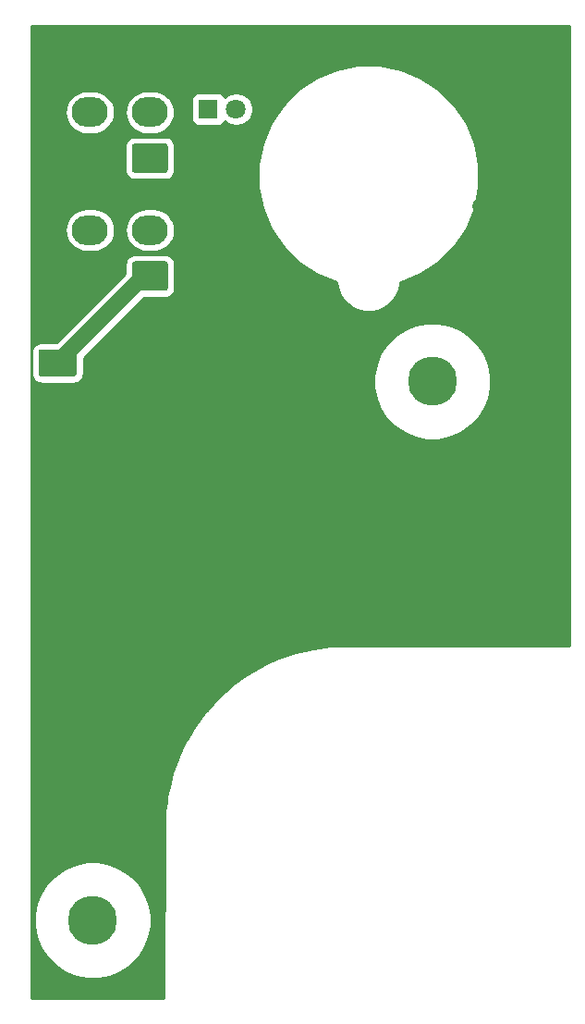
<source format=gbr>
%TF.GenerationSoftware,KiCad,Pcbnew,(5.1.10)-1*%
%TF.CreationDate,2021-11-16T16:25:11+11:00*%
%TF.ProjectId,OBOGS Panel PCB V2,4f424f47-5320-4506-916e-656c20504342,rev?*%
%TF.SameCoordinates,Original*%
%TF.FileFunction,Copper,L2,Bot*%
%TF.FilePolarity,Positive*%
%FSLAX46Y46*%
G04 Gerber Fmt 4.6, Leading zero omitted, Abs format (unit mm)*
G04 Created by KiCad (PCBNEW (5.1.10)-1) date 2021-11-16 16:25:11*
%MOMM*%
%LPD*%
G01*
G04 APERTURE LIST*
%TA.AperFunction,ComponentPad*%
%ADD10O,3.300000X2.700000*%
%TD*%
%TA.AperFunction,WasherPad*%
%ADD11C,4.500000*%
%TD*%
%TA.AperFunction,ComponentPad*%
%ADD12C,1.800000*%
%TD*%
%TA.AperFunction,ComponentPad*%
%ADD13R,1.800000X1.800000*%
%TD*%
%TA.AperFunction,ViaPad*%
%ADD14C,1.500000*%
%TD*%
%TA.AperFunction,ViaPad*%
%ADD15C,0.800000*%
%TD*%
%TA.AperFunction,Conductor*%
%ADD16C,1.500000*%
%TD*%
%TA.AperFunction,Conductor*%
%ADD17C,0.254000*%
%TD*%
%TA.AperFunction,Conductor*%
%ADD18C,0.100000*%
%TD*%
G04 APERTURE END LIST*
D10*
%TO.P,J2,4*%
%TO.N,/DATAOUT*%
X164766360Y-60275360D03*
%TO.P,J2,3*%
%TO.N,/LEDGND*%
X164766360Y-64475360D03*
%TO.P,J2,2*%
%TO.N,/LED+5V*%
X170266360Y-60275360D03*
%TO.P,J2,1*%
%TA.AperFunction,ComponentPad*%
G36*
G01*
X171666359Y-65825360D02*
X168866361Y-65825360D01*
G75*
G02*
X168616360Y-65575359I0J250001D01*
G01*
X168616360Y-63375361D01*
G75*
G02*
X168866361Y-63125360I250001J0D01*
G01*
X171666359Y-63125360D01*
G75*
G02*
X171916360Y-63375361I0J-250001D01*
G01*
X171916360Y-65575359D01*
G75*
G02*
X171666359Y-65825360I-250001J0D01*
G01*
G37*
%TD.AperFunction*%
%TD*%
%TO.P,J1,4*%
%TO.N,/DATAIN*%
X164751120Y-49495600D03*
%TO.P,J1,3*%
%TO.N,/LEDGND*%
X164751120Y-53695600D03*
%TO.P,J1,2*%
%TO.N,/LED+5V*%
X170251120Y-49495600D03*
%TO.P,J1,1*%
%TA.AperFunction,ComponentPad*%
G36*
G01*
X171651119Y-55045600D02*
X168851121Y-55045600D01*
G75*
G02*
X168601120Y-54795599I0J250001D01*
G01*
X168601120Y-52595601D01*
G75*
G02*
X168851121Y-52345600I250001J0D01*
G01*
X171651119Y-52345600D01*
G75*
G02*
X171901120Y-52595601I0J-250001D01*
G01*
X171901120Y-54795599D01*
G75*
G02*
X171651119Y-55045600I-250001J0D01*
G01*
G37*
%TD.AperFunction*%
%TD*%
D11*
%TO.P,3,*%
%TO.N,*%
X165006157Y-123447567D03*
%TD*%
%TO.P,2,*%
%TO.N,*%
X196121157Y-74108067D03*
%TD*%
%TO.P,C1,2*%
%TO.N,/LEDGND*%
%TA.AperFunction,SMDPad,CuDef*%
G36*
G01*
X166547860Y-73433180D02*
X166547860Y-71433180D01*
G75*
G02*
X166797860Y-71183180I250000J0D01*
G01*
X169797860Y-71183180D01*
G75*
G02*
X170047860Y-71433180I0J-250000D01*
G01*
X170047860Y-73433180D01*
G75*
G02*
X169797860Y-73683180I-250000J0D01*
G01*
X166797860Y-73683180D01*
G75*
G02*
X166547860Y-73433180I0J250000D01*
G01*
G37*
%TD.AperFunction*%
%TO.P,C1,1*%
%TO.N,/LED+5V*%
%TA.AperFunction,SMDPad,CuDef*%
G36*
G01*
X160047860Y-73433180D02*
X160047860Y-71433180D01*
G75*
G02*
X160297860Y-71183180I250000J0D01*
G01*
X163297860Y-71183180D01*
G75*
G02*
X163547860Y-71433180I0J-250000D01*
G01*
X163547860Y-73433180D01*
G75*
G02*
X163297860Y-73683180I-250000J0D01*
G01*
X160297860Y-73683180D01*
G75*
G02*
X160047860Y-73433180I0J250000D01*
G01*
G37*
%TD.AperFunction*%
%TD*%
D12*
%TO.P,D17,2*%
%TO.N,/LED+5V*%
X178153060Y-49209960D03*
D13*
%TO.P,D17,1*%
%TO.N,Net-(D17-Pad1)*%
X175613060Y-49209960D03*
%TD*%
D14*
%TO.N,/LEDGND*%
X203215240Y-89654380D03*
D15*
X191960500Y-95851980D03*
D14*
X178429920Y-60479940D03*
X191851280Y-68806060D03*
X183761380Y-70949820D03*
X203832460Y-69916040D03*
X200543160Y-58112660D03*
X202821540Y-51315620D03*
X196547740Y-45679360D03*
X172707300Y-105785920D03*
X169738040Y-119484140D03*
X178645820Y-98605340D03*
X186499500Y-82692240D03*
X176014380Y-82433160D03*
X177177700Y-45501560D03*
%TD*%
D16*
%TO.N,/LED+5V*%
X169755680Y-64475360D02*
X161797860Y-72433180D01*
X170266360Y-64475360D02*
X169755680Y-64475360D01*
%TD*%
D17*
%TO.N,/LEDGND*%
X208713400Y-98274200D02*
X188127095Y-98274200D01*
X188112706Y-98275617D01*
X186888806Y-98323704D01*
X186877297Y-98324731D01*
X186865752Y-98324973D01*
X186823633Y-98329176D01*
X185257951Y-98531134D01*
X185242792Y-98533861D01*
X185227509Y-98535711D01*
X185186025Y-98544075D01*
X185186016Y-98544077D01*
X185186012Y-98544078D01*
X183648134Y-98900538D01*
X183633313Y-98904760D01*
X183618295Y-98908117D01*
X183577839Y-98920562D01*
X182082965Y-99428004D01*
X182068642Y-99433675D01*
X182054028Y-99438508D01*
X182015007Y-99454911D01*
X180577922Y-100108314D01*
X180564234Y-100115379D01*
X180550171Y-100121640D01*
X180513010Y-100141817D01*
X180512973Y-100141836D01*
X180512958Y-100141845D01*
X179147890Y-100934740D01*
X179134971Y-100943130D01*
X179121599Y-100950757D01*
X179086590Y-100974548D01*
X177807009Y-101899111D01*
X177794996Y-101908735D01*
X177782439Y-101917659D01*
X177749967Y-101944810D01*
X176568538Y-102991889D01*
X176557541Y-103002658D01*
X176545932Y-103012785D01*
X176516317Y-103043027D01*
X175444726Y-104202267D01*
X175434841Y-104214090D01*
X175424308Y-104225306D01*
X175397842Y-104258340D01*
X174446684Y-105518280D01*
X174438023Y-105531024D01*
X174428655Y-105543233D01*
X174405616Y-105578709D01*
X174405601Y-105578731D01*
X174405596Y-105578740D01*
X173584284Y-106926910D01*
X173576936Y-106940444D01*
X173568822Y-106953530D01*
X173549408Y-106991143D01*
X172866053Y-108414228D01*
X172860087Y-108428421D01*
X172853311Y-108442252D01*
X172837729Y-108481607D01*
X172299092Y-109965527D01*
X172294563Y-109980250D01*
X172289197Y-109994678D01*
X172277600Y-110035386D01*
X171889009Y-111565466D01*
X171885964Y-111580570D01*
X171882058Y-111595457D01*
X171874562Y-111637115D01*
X171639860Y-113198224D01*
X171638330Y-113213549D01*
X171635922Y-113228755D01*
X171632601Y-113270952D01*
X171555021Y-114829320D01*
X171553256Y-114846958D01*
X171528936Y-130583000D01*
X159383401Y-130583000D01*
X159383401Y-122917979D01*
X159629157Y-122917979D01*
X159629157Y-123977155D01*
X159835792Y-125015980D01*
X160241121Y-125994532D01*
X160829568Y-126875205D01*
X161578519Y-127624156D01*
X162459192Y-128212603D01*
X163437744Y-128617932D01*
X164476569Y-128824567D01*
X165535745Y-128824567D01*
X166574570Y-128617932D01*
X167553122Y-128212603D01*
X168433795Y-127624156D01*
X169182746Y-126875205D01*
X169771193Y-125994532D01*
X170176522Y-125015980D01*
X170383157Y-123977155D01*
X170383157Y-122917979D01*
X170176522Y-121879154D01*
X169771193Y-120900602D01*
X169182746Y-120019929D01*
X168433795Y-119270978D01*
X167553122Y-118682531D01*
X166574570Y-118277202D01*
X165535745Y-118070567D01*
X164476569Y-118070567D01*
X163437744Y-118277202D01*
X162459192Y-118682531D01*
X161578519Y-119270978D01*
X160829568Y-120019929D01*
X160241121Y-120900602D01*
X159835792Y-121879154D01*
X159629157Y-122917979D01*
X159383401Y-122917979D01*
X159383401Y-71433180D01*
X159409788Y-71433180D01*
X159409788Y-73433180D01*
X159426852Y-73606434D01*
X159477388Y-73773030D01*
X159559455Y-73926566D01*
X159669898Y-74061142D01*
X159804474Y-74171585D01*
X159958010Y-74253652D01*
X160124606Y-74304188D01*
X160297860Y-74321252D01*
X163297860Y-74321252D01*
X163471114Y-74304188D01*
X163637710Y-74253652D01*
X163791246Y-74171585D01*
X163925822Y-74061142D01*
X164036265Y-73926566D01*
X164118332Y-73773030D01*
X164168868Y-73606434D01*
X164171621Y-73578479D01*
X190744157Y-73578479D01*
X190744157Y-74637655D01*
X190950792Y-75676480D01*
X191356121Y-76655032D01*
X191944568Y-77535705D01*
X192693519Y-78284656D01*
X193574192Y-78873103D01*
X194552744Y-79278432D01*
X195591569Y-79485067D01*
X196650745Y-79485067D01*
X197689570Y-79278432D01*
X198668122Y-78873103D01*
X199548795Y-78284656D01*
X200297746Y-77535705D01*
X200886193Y-76655032D01*
X201291522Y-75676480D01*
X201498157Y-74637655D01*
X201498157Y-73578479D01*
X201291522Y-72539654D01*
X200886193Y-71561102D01*
X200297746Y-70680429D01*
X199548795Y-69931478D01*
X198668122Y-69343031D01*
X197689570Y-68937702D01*
X196650745Y-68731067D01*
X195591569Y-68731067D01*
X194552744Y-68937702D01*
X193574192Y-69343031D01*
X192693519Y-69931478D01*
X191944568Y-70680429D01*
X191356121Y-71561102D01*
X190950792Y-72539654D01*
X190744157Y-73578479D01*
X164171621Y-73578479D01*
X164185932Y-73433180D01*
X164185932Y-72003793D01*
X169726294Y-66463432D01*
X171666359Y-66463432D01*
X171839613Y-66446368D01*
X172006210Y-66395831D01*
X172159746Y-66313765D01*
X172294321Y-66203321D01*
X172404765Y-66068746D01*
X172486831Y-65915210D01*
X172537368Y-65748613D01*
X172554432Y-65575359D01*
X172554432Y-63375361D01*
X172537368Y-63202107D01*
X172486831Y-63035510D01*
X172404765Y-62881974D01*
X172294321Y-62747399D01*
X172159746Y-62636955D01*
X172006210Y-62554889D01*
X171839613Y-62504352D01*
X171666359Y-62487288D01*
X168866361Y-62487288D01*
X168693107Y-62504352D01*
X168526510Y-62554889D01*
X168372974Y-62636955D01*
X168238399Y-62747399D01*
X168127955Y-62881974D01*
X168045889Y-63035510D01*
X167995352Y-63202107D01*
X167978288Y-63375361D01*
X167978288Y-64294066D01*
X161727247Y-70545108D01*
X160297860Y-70545108D01*
X160124606Y-70562172D01*
X159958010Y-70612708D01*
X159804474Y-70694775D01*
X159669898Y-70805218D01*
X159559455Y-70939794D01*
X159477388Y-71093330D01*
X159426852Y-71259926D01*
X159409788Y-71433180D01*
X159383401Y-71433180D01*
X159383401Y-60275360D01*
X162471756Y-60275360D01*
X162510082Y-60664488D01*
X162623586Y-61038662D01*
X162807907Y-61383503D01*
X163055962Y-61685758D01*
X163358217Y-61933813D01*
X163703058Y-62118134D01*
X164077232Y-62231638D01*
X164368850Y-62260360D01*
X165163870Y-62260360D01*
X165455488Y-62231638D01*
X165829662Y-62118134D01*
X166174503Y-61933813D01*
X166476758Y-61685758D01*
X166724813Y-61383503D01*
X166909134Y-61038662D01*
X167022638Y-60664488D01*
X167060964Y-60275360D01*
X167971756Y-60275360D01*
X168010082Y-60664488D01*
X168123586Y-61038662D01*
X168307907Y-61383503D01*
X168555962Y-61685758D01*
X168858217Y-61933813D01*
X169203058Y-62118134D01*
X169577232Y-62231638D01*
X169868850Y-62260360D01*
X170663870Y-62260360D01*
X170955488Y-62231638D01*
X171329662Y-62118134D01*
X171674503Y-61933813D01*
X171976758Y-61685758D01*
X172224813Y-61383503D01*
X172409134Y-61038662D01*
X172522638Y-60664488D01*
X172560964Y-60275360D01*
X172522638Y-59886232D01*
X172409134Y-59512058D01*
X172224813Y-59167217D01*
X171976758Y-58864962D01*
X171674503Y-58616907D01*
X171329662Y-58432586D01*
X170955488Y-58319082D01*
X170663870Y-58290360D01*
X169868850Y-58290360D01*
X169577232Y-58319082D01*
X169203058Y-58432586D01*
X168858217Y-58616907D01*
X168555962Y-58864962D01*
X168307907Y-59167217D01*
X168123586Y-59512058D01*
X168010082Y-59886232D01*
X167971756Y-60275360D01*
X167060964Y-60275360D01*
X167022638Y-59886232D01*
X166909134Y-59512058D01*
X166724813Y-59167217D01*
X166476758Y-58864962D01*
X166174503Y-58616907D01*
X165829662Y-58432586D01*
X165455488Y-58319082D01*
X165163870Y-58290360D01*
X164368850Y-58290360D01*
X164077232Y-58319082D01*
X163703058Y-58432586D01*
X163358217Y-58616907D01*
X163055962Y-58864962D01*
X162807907Y-59167217D01*
X162623586Y-59512058D01*
X162510082Y-59886232D01*
X162471756Y-60275360D01*
X159383401Y-60275360D01*
X159383401Y-52595601D01*
X167963048Y-52595601D01*
X167963048Y-54795599D01*
X167980112Y-54968853D01*
X168030649Y-55135450D01*
X168112715Y-55288986D01*
X168223159Y-55423561D01*
X168357734Y-55534005D01*
X168511270Y-55616071D01*
X168677867Y-55666608D01*
X168851121Y-55683672D01*
X171651119Y-55683672D01*
X171824373Y-55666608D01*
X171990970Y-55616071D01*
X172144506Y-55534005D01*
X172279081Y-55423561D01*
X172389525Y-55288986D01*
X172471591Y-55135450D01*
X172522128Y-54968853D01*
X172539192Y-54795599D01*
X172539192Y-54314645D01*
X180152157Y-54314645D01*
X180152157Y-56309489D01*
X180541332Y-58266004D01*
X181304726Y-60109000D01*
X182413003Y-61767653D01*
X183823571Y-63178221D01*
X185482224Y-64286498D01*
X187325220Y-65049892D01*
X187366157Y-65058035D01*
X187366157Y-65123972D01*
X187478102Y-65686758D01*
X187697690Y-66216890D01*
X188016482Y-66693996D01*
X188422228Y-67099742D01*
X188899334Y-67418534D01*
X189429466Y-67638122D01*
X189992252Y-67750067D01*
X190566062Y-67750067D01*
X191128848Y-67638122D01*
X191658980Y-67418534D01*
X192136086Y-67099742D01*
X192541832Y-66693996D01*
X192860624Y-66216890D01*
X193080212Y-65686758D01*
X193192157Y-65123972D01*
X193192157Y-65058035D01*
X193233094Y-65049892D01*
X195076090Y-64286498D01*
X196734743Y-63178221D01*
X198145311Y-61767653D01*
X199253588Y-60109000D01*
X200016982Y-58266004D01*
X200406157Y-56309489D01*
X200406157Y-54314645D01*
X200016982Y-52358130D01*
X199253588Y-50515134D01*
X198145311Y-48856481D01*
X196734743Y-47445913D01*
X195076090Y-46337636D01*
X193233094Y-45574242D01*
X191276579Y-45185067D01*
X189281735Y-45185067D01*
X187325220Y-45574242D01*
X185482224Y-46337636D01*
X183823571Y-47445913D01*
X182413003Y-48856481D01*
X181304726Y-50515134D01*
X180541332Y-52358130D01*
X180152157Y-54314645D01*
X172539192Y-54314645D01*
X172539192Y-52595601D01*
X172522128Y-52422347D01*
X172471591Y-52255750D01*
X172389525Y-52102214D01*
X172279081Y-51967639D01*
X172144506Y-51857195D01*
X171990970Y-51775129D01*
X171824373Y-51724592D01*
X171651119Y-51707528D01*
X168851121Y-51707528D01*
X168677867Y-51724592D01*
X168511270Y-51775129D01*
X168357734Y-51857195D01*
X168223159Y-51967639D01*
X168112715Y-52102214D01*
X168030649Y-52255750D01*
X167980112Y-52422347D01*
X167963048Y-52595601D01*
X159383401Y-52595601D01*
X159383401Y-49495600D01*
X162456516Y-49495600D01*
X162494842Y-49884728D01*
X162608346Y-50258902D01*
X162792667Y-50603743D01*
X163040722Y-50905998D01*
X163342977Y-51154053D01*
X163687818Y-51338374D01*
X164061992Y-51451878D01*
X164353610Y-51480600D01*
X165148630Y-51480600D01*
X165440248Y-51451878D01*
X165814422Y-51338374D01*
X166159263Y-51154053D01*
X166461518Y-50905998D01*
X166709573Y-50603743D01*
X166893894Y-50258902D01*
X167007398Y-49884728D01*
X167045724Y-49495600D01*
X167956516Y-49495600D01*
X167994842Y-49884728D01*
X168108346Y-50258902D01*
X168292667Y-50603743D01*
X168540722Y-50905998D01*
X168842977Y-51154053D01*
X169187818Y-51338374D01*
X169561992Y-51451878D01*
X169853610Y-51480600D01*
X170648630Y-51480600D01*
X170940248Y-51451878D01*
X171314422Y-51338374D01*
X171659263Y-51154053D01*
X171961518Y-50905998D01*
X172209573Y-50603743D01*
X172393894Y-50258902D01*
X172507398Y-49884728D01*
X172545724Y-49495600D01*
X172507398Y-49106472D01*
X172393894Y-48732298D01*
X172209573Y-48387457D01*
X172145973Y-48309960D01*
X174074988Y-48309960D01*
X174074988Y-50109960D01*
X174087248Y-50234442D01*
X174123558Y-50354140D01*
X174182523Y-50464454D01*
X174261875Y-50561145D01*
X174358566Y-50640497D01*
X174468880Y-50699462D01*
X174588578Y-50735772D01*
X174713060Y-50748032D01*
X176513060Y-50748032D01*
X176637542Y-50735772D01*
X176757240Y-50699462D01*
X176867554Y-50640497D01*
X176964245Y-50561145D01*
X177043597Y-50464454D01*
X177102562Y-50354140D01*
X177108116Y-50335833D01*
X177174555Y-50402272D01*
X177425965Y-50570259D01*
X177705317Y-50685971D01*
X178001876Y-50744960D01*
X178304244Y-50744960D01*
X178600803Y-50685971D01*
X178880155Y-50570259D01*
X179131565Y-50402272D01*
X179345372Y-50188465D01*
X179513359Y-49937055D01*
X179629071Y-49657703D01*
X179688060Y-49361144D01*
X179688060Y-49058776D01*
X179629071Y-48762217D01*
X179513359Y-48482865D01*
X179345372Y-48231455D01*
X179131565Y-48017648D01*
X178880155Y-47849661D01*
X178600803Y-47733949D01*
X178304244Y-47674960D01*
X178001876Y-47674960D01*
X177705317Y-47733949D01*
X177425965Y-47849661D01*
X177174555Y-48017648D01*
X177108116Y-48084087D01*
X177102562Y-48065780D01*
X177043597Y-47955466D01*
X176964245Y-47858775D01*
X176867554Y-47779423D01*
X176757240Y-47720458D01*
X176637542Y-47684148D01*
X176513060Y-47671888D01*
X174713060Y-47671888D01*
X174588578Y-47684148D01*
X174468880Y-47720458D01*
X174358566Y-47779423D01*
X174261875Y-47858775D01*
X174182523Y-47955466D01*
X174123558Y-48065780D01*
X174087248Y-48185478D01*
X174074988Y-48309960D01*
X172145973Y-48309960D01*
X171961518Y-48085202D01*
X171659263Y-47837147D01*
X171314422Y-47652826D01*
X170940248Y-47539322D01*
X170648630Y-47510600D01*
X169853610Y-47510600D01*
X169561992Y-47539322D01*
X169187818Y-47652826D01*
X168842977Y-47837147D01*
X168540722Y-48085202D01*
X168292667Y-48387457D01*
X168108346Y-48732298D01*
X167994842Y-49106472D01*
X167956516Y-49495600D01*
X167045724Y-49495600D01*
X167007398Y-49106472D01*
X166893894Y-48732298D01*
X166709573Y-48387457D01*
X166461518Y-48085202D01*
X166159263Y-47837147D01*
X165814422Y-47652826D01*
X165440248Y-47539322D01*
X165148630Y-47510600D01*
X164353610Y-47510600D01*
X164061992Y-47539322D01*
X163687818Y-47652826D01*
X163342977Y-47837147D01*
X163040722Y-48085202D01*
X162792667Y-48387457D01*
X162608346Y-48732298D01*
X162494842Y-49106472D01*
X162456516Y-49495600D01*
X159383401Y-49495600D01*
X159383401Y-41554001D01*
X208713401Y-41553999D01*
X208713400Y-98274200D01*
%TA.AperFunction,Conductor*%
D18*
G36*
X208713400Y-98274200D02*
G01*
X188127095Y-98274200D01*
X188112706Y-98275617D01*
X186888806Y-98323704D01*
X186877297Y-98324731D01*
X186865752Y-98324973D01*
X186823633Y-98329176D01*
X185257951Y-98531134D01*
X185242792Y-98533861D01*
X185227509Y-98535711D01*
X185186025Y-98544075D01*
X185186016Y-98544077D01*
X185186012Y-98544078D01*
X183648134Y-98900538D01*
X183633313Y-98904760D01*
X183618295Y-98908117D01*
X183577839Y-98920562D01*
X182082965Y-99428004D01*
X182068642Y-99433675D01*
X182054028Y-99438508D01*
X182015007Y-99454911D01*
X180577922Y-100108314D01*
X180564234Y-100115379D01*
X180550171Y-100121640D01*
X180513010Y-100141817D01*
X180512973Y-100141836D01*
X180512958Y-100141845D01*
X179147890Y-100934740D01*
X179134971Y-100943130D01*
X179121599Y-100950757D01*
X179086590Y-100974548D01*
X177807009Y-101899111D01*
X177794996Y-101908735D01*
X177782439Y-101917659D01*
X177749967Y-101944810D01*
X176568538Y-102991889D01*
X176557541Y-103002658D01*
X176545932Y-103012785D01*
X176516317Y-103043027D01*
X175444726Y-104202267D01*
X175434841Y-104214090D01*
X175424308Y-104225306D01*
X175397842Y-104258340D01*
X174446684Y-105518280D01*
X174438023Y-105531024D01*
X174428655Y-105543233D01*
X174405616Y-105578709D01*
X174405601Y-105578731D01*
X174405596Y-105578740D01*
X173584284Y-106926910D01*
X173576936Y-106940444D01*
X173568822Y-106953530D01*
X173549408Y-106991143D01*
X172866053Y-108414228D01*
X172860087Y-108428421D01*
X172853311Y-108442252D01*
X172837729Y-108481607D01*
X172299092Y-109965527D01*
X172294563Y-109980250D01*
X172289197Y-109994678D01*
X172277600Y-110035386D01*
X171889009Y-111565466D01*
X171885964Y-111580570D01*
X171882058Y-111595457D01*
X171874562Y-111637115D01*
X171639860Y-113198224D01*
X171638330Y-113213549D01*
X171635922Y-113228755D01*
X171632601Y-113270952D01*
X171555021Y-114829320D01*
X171553256Y-114846958D01*
X171528936Y-130583000D01*
X159383401Y-130583000D01*
X159383401Y-122917979D01*
X159629157Y-122917979D01*
X159629157Y-123977155D01*
X159835792Y-125015980D01*
X160241121Y-125994532D01*
X160829568Y-126875205D01*
X161578519Y-127624156D01*
X162459192Y-128212603D01*
X163437744Y-128617932D01*
X164476569Y-128824567D01*
X165535745Y-128824567D01*
X166574570Y-128617932D01*
X167553122Y-128212603D01*
X168433795Y-127624156D01*
X169182746Y-126875205D01*
X169771193Y-125994532D01*
X170176522Y-125015980D01*
X170383157Y-123977155D01*
X170383157Y-122917979D01*
X170176522Y-121879154D01*
X169771193Y-120900602D01*
X169182746Y-120019929D01*
X168433795Y-119270978D01*
X167553122Y-118682531D01*
X166574570Y-118277202D01*
X165535745Y-118070567D01*
X164476569Y-118070567D01*
X163437744Y-118277202D01*
X162459192Y-118682531D01*
X161578519Y-119270978D01*
X160829568Y-120019929D01*
X160241121Y-120900602D01*
X159835792Y-121879154D01*
X159629157Y-122917979D01*
X159383401Y-122917979D01*
X159383401Y-71433180D01*
X159409788Y-71433180D01*
X159409788Y-73433180D01*
X159426852Y-73606434D01*
X159477388Y-73773030D01*
X159559455Y-73926566D01*
X159669898Y-74061142D01*
X159804474Y-74171585D01*
X159958010Y-74253652D01*
X160124606Y-74304188D01*
X160297860Y-74321252D01*
X163297860Y-74321252D01*
X163471114Y-74304188D01*
X163637710Y-74253652D01*
X163791246Y-74171585D01*
X163925822Y-74061142D01*
X164036265Y-73926566D01*
X164118332Y-73773030D01*
X164168868Y-73606434D01*
X164171621Y-73578479D01*
X190744157Y-73578479D01*
X190744157Y-74637655D01*
X190950792Y-75676480D01*
X191356121Y-76655032D01*
X191944568Y-77535705D01*
X192693519Y-78284656D01*
X193574192Y-78873103D01*
X194552744Y-79278432D01*
X195591569Y-79485067D01*
X196650745Y-79485067D01*
X197689570Y-79278432D01*
X198668122Y-78873103D01*
X199548795Y-78284656D01*
X200297746Y-77535705D01*
X200886193Y-76655032D01*
X201291522Y-75676480D01*
X201498157Y-74637655D01*
X201498157Y-73578479D01*
X201291522Y-72539654D01*
X200886193Y-71561102D01*
X200297746Y-70680429D01*
X199548795Y-69931478D01*
X198668122Y-69343031D01*
X197689570Y-68937702D01*
X196650745Y-68731067D01*
X195591569Y-68731067D01*
X194552744Y-68937702D01*
X193574192Y-69343031D01*
X192693519Y-69931478D01*
X191944568Y-70680429D01*
X191356121Y-71561102D01*
X190950792Y-72539654D01*
X190744157Y-73578479D01*
X164171621Y-73578479D01*
X164185932Y-73433180D01*
X164185932Y-72003793D01*
X169726294Y-66463432D01*
X171666359Y-66463432D01*
X171839613Y-66446368D01*
X172006210Y-66395831D01*
X172159746Y-66313765D01*
X172294321Y-66203321D01*
X172404765Y-66068746D01*
X172486831Y-65915210D01*
X172537368Y-65748613D01*
X172554432Y-65575359D01*
X172554432Y-63375361D01*
X172537368Y-63202107D01*
X172486831Y-63035510D01*
X172404765Y-62881974D01*
X172294321Y-62747399D01*
X172159746Y-62636955D01*
X172006210Y-62554889D01*
X171839613Y-62504352D01*
X171666359Y-62487288D01*
X168866361Y-62487288D01*
X168693107Y-62504352D01*
X168526510Y-62554889D01*
X168372974Y-62636955D01*
X168238399Y-62747399D01*
X168127955Y-62881974D01*
X168045889Y-63035510D01*
X167995352Y-63202107D01*
X167978288Y-63375361D01*
X167978288Y-64294066D01*
X161727247Y-70545108D01*
X160297860Y-70545108D01*
X160124606Y-70562172D01*
X159958010Y-70612708D01*
X159804474Y-70694775D01*
X159669898Y-70805218D01*
X159559455Y-70939794D01*
X159477388Y-71093330D01*
X159426852Y-71259926D01*
X159409788Y-71433180D01*
X159383401Y-71433180D01*
X159383401Y-60275360D01*
X162471756Y-60275360D01*
X162510082Y-60664488D01*
X162623586Y-61038662D01*
X162807907Y-61383503D01*
X163055962Y-61685758D01*
X163358217Y-61933813D01*
X163703058Y-62118134D01*
X164077232Y-62231638D01*
X164368850Y-62260360D01*
X165163870Y-62260360D01*
X165455488Y-62231638D01*
X165829662Y-62118134D01*
X166174503Y-61933813D01*
X166476758Y-61685758D01*
X166724813Y-61383503D01*
X166909134Y-61038662D01*
X167022638Y-60664488D01*
X167060964Y-60275360D01*
X167971756Y-60275360D01*
X168010082Y-60664488D01*
X168123586Y-61038662D01*
X168307907Y-61383503D01*
X168555962Y-61685758D01*
X168858217Y-61933813D01*
X169203058Y-62118134D01*
X169577232Y-62231638D01*
X169868850Y-62260360D01*
X170663870Y-62260360D01*
X170955488Y-62231638D01*
X171329662Y-62118134D01*
X171674503Y-61933813D01*
X171976758Y-61685758D01*
X172224813Y-61383503D01*
X172409134Y-61038662D01*
X172522638Y-60664488D01*
X172560964Y-60275360D01*
X172522638Y-59886232D01*
X172409134Y-59512058D01*
X172224813Y-59167217D01*
X171976758Y-58864962D01*
X171674503Y-58616907D01*
X171329662Y-58432586D01*
X170955488Y-58319082D01*
X170663870Y-58290360D01*
X169868850Y-58290360D01*
X169577232Y-58319082D01*
X169203058Y-58432586D01*
X168858217Y-58616907D01*
X168555962Y-58864962D01*
X168307907Y-59167217D01*
X168123586Y-59512058D01*
X168010082Y-59886232D01*
X167971756Y-60275360D01*
X167060964Y-60275360D01*
X167022638Y-59886232D01*
X166909134Y-59512058D01*
X166724813Y-59167217D01*
X166476758Y-58864962D01*
X166174503Y-58616907D01*
X165829662Y-58432586D01*
X165455488Y-58319082D01*
X165163870Y-58290360D01*
X164368850Y-58290360D01*
X164077232Y-58319082D01*
X163703058Y-58432586D01*
X163358217Y-58616907D01*
X163055962Y-58864962D01*
X162807907Y-59167217D01*
X162623586Y-59512058D01*
X162510082Y-59886232D01*
X162471756Y-60275360D01*
X159383401Y-60275360D01*
X159383401Y-52595601D01*
X167963048Y-52595601D01*
X167963048Y-54795599D01*
X167980112Y-54968853D01*
X168030649Y-55135450D01*
X168112715Y-55288986D01*
X168223159Y-55423561D01*
X168357734Y-55534005D01*
X168511270Y-55616071D01*
X168677867Y-55666608D01*
X168851121Y-55683672D01*
X171651119Y-55683672D01*
X171824373Y-55666608D01*
X171990970Y-55616071D01*
X172144506Y-55534005D01*
X172279081Y-55423561D01*
X172389525Y-55288986D01*
X172471591Y-55135450D01*
X172522128Y-54968853D01*
X172539192Y-54795599D01*
X172539192Y-54314645D01*
X180152157Y-54314645D01*
X180152157Y-56309489D01*
X180541332Y-58266004D01*
X181304726Y-60109000D01*
X182413003Y-61767653D01*
X183823571Y-63178221D01*
X185482224Y-64286498D01*
X187325220Y-65049892D01*
X187366157Y-65058035D01*
X187366157Y-65123972D01*
X187478102Y-65686758D01*
X187697690Y-66216890D01*
X188016482Y-66693996D01*
X188422228Y-67099742D01*
X188899334Y-67418534D01*
X189429466Y-67638122D01*
X189992252Y-67750067D01*
X190566062Y-67750067D01*
X191128848Y-67638122D01*
X191658980Y-67418534D01*
X192136086Y-67099742D01*
X192541832Y-66693996D01*
X192860624Y-66216890D01*
X193080212Y-65686758D01*
X193192157Y-65123972D01*
X193192157Y-65058035D01*
X193233094Y-65049892D01*
X195076090Y-64286498D01*
X196734743Y-63178221D01*
X198145311Y-61767653D01*
X199253588Y-60109000D01*
X200016982Y-58266004D01*
X200406157Y-56309489D01*
X200406157Y-54314645D01*
X200016982Y-52358130D01*
X199253588Y-50515134D01*
X198145311Y-48856481D01*
X196734743Y-47445913D01*
X195076090Y-46337636D01*
X193233094Y-45574242D01*
X191276579Y-45185067D01*
X189281735Y-45185067D01*
X187325220Y-45574242D01*
X185482224Y-46337636D01*
X183823571Y-47445913D01*
X182413003Y-48856481D01*
X181304726Y-50515134D01*
X180541332Y-52358130D01*
X180152157Y-54314645D01*
X172539192Y-54314645D01*
X172539192Y-52595601D01*
X172522128Y-52422347D01*
X172471591Y-52255750D01*
X172389525Y-52102214D01*
X172279081Y-51967639D01*
X172144506Y-51857195D01*
X171990970Y-51775129D01*
X171824373Y-51724592D01*
X171651119Y-51707528D01*
X168851121Y-51707528D01*
X168677867Y-51724592D01*
X168511270Y-51775129D01*
X168357734Y-51857195D01*
X168223159Y-51967639D01*
X168112715Y-52102214D01*
X168030649Y-52255750D01*
X167980112Y-52422347D01*
X167963048Y-52595601D01*
X159383401Y-52595601D01*
X159383401Y-49495600D01*
X162456516Y-49495600D01*
X162494842Y-49884728D01*
X162608346Y-50258902D01*
X162792667Y-50603743D01*
X163040722Y-50905998D01*
X163342977Y-51154053D01*
X163687818Y-51338374D01*
X164061992Y-51451878D01*
X164353610Y-51480600D01*
X165148630Y-51480600D01*
X165440248Y-51451878D01*
X165814422Y-51338374D01*
X166159263Y-51154053D01*
X166461518Y-50905998D01*
X166709573Y-50603743D01*
X166893894Y-50258902D01*
X167007398Y-49884728D01*
X167045724Y-49495600D01*
X167956516Y-49495600D01*
X167994842Y-49884728D01*
X168108346Y-50258902D01*
X168292667Y-50603743D01*
X168540722Y-50905998D01*
X168842977Y-51154053D01*
X169187818Y-51338374D01*
X169561992Y-51451878D01*
X169853610Y-51480600D01*
X170648630Y-51480600D01*
X170940248Y-51451878D01*
X171314422Y-51338374D01*
X171659263Y-51154053D01*
X171961518Y-50905998D01*
X172209573Y-50603743D01*
X172393894Y-50258902D01*
X172507398Y-49884728D01*
X172545724Y-49495600D01*
X172507398Y-49106472D01*
X172393894Y-48732298D01*
X172209573Y-48387457D01*
X172145973Y-48309960D01*
X174074988Y-48309960D01*
X174074988Y-50109960D01*
X174087248Y-50234442D01*
X174123558Y-50354140D01*
X174182523Y-50464454D01*
X174261875Y-50561145D01*
X174358566Y-50640497D01*
X174468880Y-50699462D01*
X174588578Y-50735772D01*
X174713060Y-50748032D01*
X176513060Y-50748032D01*
X176637542Y-50735772D01*
X176757240Y-50699462D01*
X176867554Y-50640497D01*
X176964245Y-50561145D01*
X177043597Y-50464454D01*
X177102562Y-50354140D01*
X177108116Y-50335833D01*
X177174555Y-50402272D01*
X177425965Y-50570259D01*
X177705317Y-50685971D01*
X178001876Y-50744960D01*
X178304244Y-50744960D01*
X178600803Y-50685971D01*
X178880155Y-50570259D01*
X179131565Y-50402272D01*
X179345372Y-50188465D01*
X179513359Y-49937055D01*
X179629071Y-49657703D01*
X179688060Y-49361144D01*
X179688060Y-49058776D01*
X179629071Y-48762217D01*
X179513359Y-48482865D01*
X179345372Y-48231455D01*
X179131565Y-48017648D01*
X178880155Y-47849661D01*
X178600803Y-47733949D01*
X178304244Y-47674960D01*
X178001876Y-47674960D01*
X177705317Y-47733949D01*
X177425965Y-47849661D01*
X177174555Y-48017648D01*
X177108116Y-48084087D01*
X177102562Y-48065780D01*
X177043597Y-47955466D01*
X176964245Y-47858775D01*
X176867554Y-47779423D01*
X176757240Y-47720458D01*
X176637542Y-47684148D01*
X176513060Y-47671888D01*
X174713060Y-47671888D01*
X174588578Y-47684148D01*
X174468880Y-47720458D01*
X174358566Y-47779423D01*
X174261875Y-47858775D01*
X174182523Y-47955466D01*
X174123558Y-48065780D01*
X174087248Y-48185478D01*
X174074988Y-48309960D01*
X172145973Y-48309960D01*
X171961518Y-48085202D01*
X171659263Y-47837147D01*
X171314422Y-47652826D01*
X170940248Y-47539322D01*
X170648630Y-47510600D01*
X169853610Y-47510600D01*
X169561992Y-47539322D01*
X169187818Y-47652826D01*
X168842977Y-47837147D01*
X168540722Y-48085202D01*
X168292667Y-48387457D01*
X168108346Y-48732298D01*
X167994842Y-49106472D01*
X167956516Y-49495600D01*
X167045724Y-49495600D01*
X167007398Y-49106472D01*
X166893894Y-48732298D01*
X166709573Y-48387457D01*
X166461518Y-48085202D01*
X166159263Y-47837147D01*
X165814422Y-47652826D01*
X165440248Y-47539322D01*
X165148630Y-47510600D01*
X164353610Y-47510600D01*
X164061992Y-47539322D01*
X163687818Y-47652826D01*
X163342977Y-47837147D01*
X163040722Y-48085202D01*
X162792667Y-48387457D01*
X162608346Y-48732298D01*
X162494842Y-49106472D01*
X162456516Y-49495600D01*
X159383401Y-49495600D01*
X159383401Y-41554001D01*
X208713401Y-41553999D01*
X208713400Y-98274200D01*
G37*
%TD.AperFunction*%
%TD*%
M02*

</source>
